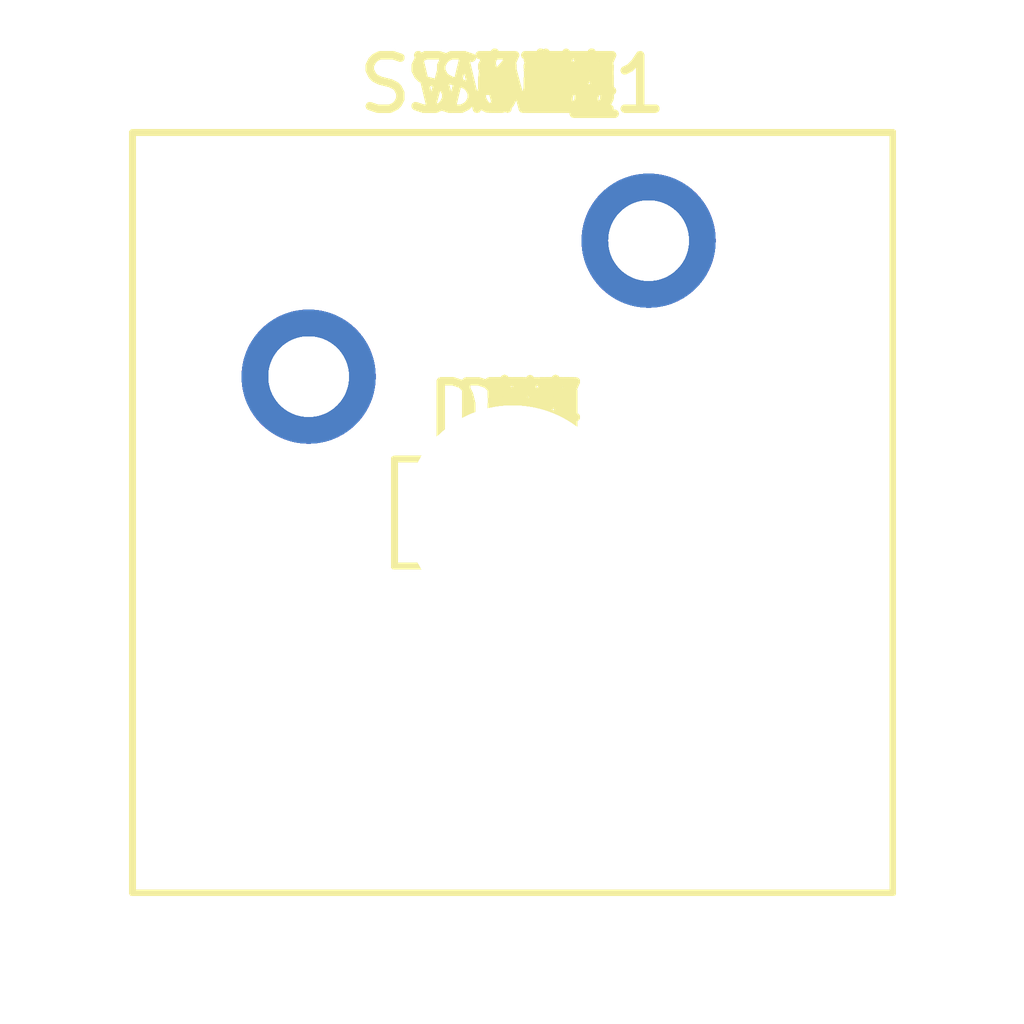
<source format=kicad_pcb>
(kicad_pcb (version 20240108) (generator "pcbnew") (generator_version "8.0")
  (layers (0 "F.Cu" signal) (31 "B.Cu" signal) (34 "B.Paste" user) (35 "F.Paste" user) (36 "B.SilkS" user "B.Silkscreen") (37 "F.SilkS" user "F.Silkscreen") (38 "B.Mask" user) (39 "F.Mask" user) (44 "Edge.Cuts" user))
  (net 0 "")
  (net 1 "COL0")
  (net 2 "COL1")
  (net 3 "COL2")
  (net 4 "COL3")
  (net 5 "COL4")
  (net 6 "COL5")
  (net 7 "COL6")
  (net 8 "COL7")
  (net 9 "COL8")
  (net 10 "Net-(D1-A)")
  (net 11 "Net-(D2-A)")
  (net 12 "Net-(D3-A)")
  (net 13 "Net-(D4-A)")
  (net 14 "Net-(D5-A)")
  (net 15 "Net-(D6-A)")
  (net 16 "Net-(D7-A)")
  (net 17 "Net-(D8-A)")
  (net 18 "Net-(D9-A)")
  (net 19 "Net-(D10-A)")
  (net 20 "Net-(D11-A)")
  (net 21 "Net-(D12-A)")
  (net 22 "Net-(D13-A)")
  (net 23 "Net-(D14-A)")
  (net 24 "Net-(D15-A)")
  (net 25 "Net-(D16-A)")
  (net 26 "Net-(D17-A)")
  (net 27 "Net-(D18-A)")
  (net 28 "Net-(D19-A)")
  (net 29 "Net-(D20-A)")
  (net 30 "Net-(D21-A)")
  (net 31 "Net-(D22-A)")
  (net 32 "Net-(D23-A)")
  (net 33 "Net-(D24-A)")
  (net 34 "Net-(D25-A)")
  (net 35 "Net-(D26-A)")
  (net 36 "Net-(D27-A)")
  (net 37 "Net-(D28-A)")
  (net 38 "Net-(D29-A)")
  (net 39 "Net-(D30-A)")
  (net 40 "Net-(D31-A)")
  (net 41 "Net-(D32-A)")
  (net 42 "Net-(D33-A)")
  (net 43 "Net-(D34-A)")
  (net 44 "Net-(D35-A)")
  (net 45 "Net-(D36-A)")
  (net 46 "Net-(D37-A)")
  (net 47 "Net-(D38-A)")
  (net 48 "Net-(D39-A)")
  (net 49 "Net-(D40-A)")
  (net 50 "Net-(D41-A)")
  (net 51 "Net-(D42-A)")
  (net 52 "Net-(D43-A)")
  (net 53 "Net-(D44-A)")
  (net 54 "Net-(D45-A)")
  (net 55 "Net-(D46-A)")
  (net 56 "Net-(D47-A)")
  (net 57 "Net-(D48-A)")
  (net 58 "Net-(D49-A)")
  (net 59 "Net-(D50-A)")
  (net 60 "Net-(D51-A)")
  (net 61 "Net-(D52-A)")
  (net 62 "Net-(D53-A)")
  (net 63 "Net-(D54-A)")
  (net 64 "Net-(D55-A)")
  (net 65 "Net-(D56-A)")
  (net 66 "Net-(D57-A)")
  (net 67 "Net-(D58-A)")
  (net 68 "Net-(D59-A)")
  (net 69 "Net-(D60-A)")
  (net 70 "Net-(D61-A)")
  (net 71 "Net-(D62-A)")
  (net 72 "Net-(D63-A)")
  (net 73 "Net-(D64-A)")
  (net 74 "Net-(D65-A)")
  (net 75 "Net-(D66-A)")
  (net 76 "Net-(D67-A)")
  (net 77 "Net-(D68-A)")
  (net 78 "Net-(D69-A)")
  (net 79 "Net-(D70-A)")
  (net 80 "Net-(D71-A)")
  (net 81 "Net-(D72-A)")
  (net 82 "Net-(D73-A)")
  (net 83 "Net-(D74-A)")
  (net 84 "Net-(D75-A)")
  (net 85 "Net-(D76-A)")
  (net 86 "Net-(D77-A)")
  (net 87 "Net-(D78-A)")
  (net 88 "Net-(D79-A)")
  (net 89 "Net-(D80-A)")
  (net 90 "Net-(D81-A)")
  (net 91 "Net-(D82-A)")
  (net 92 "Net-(D83-A)")
  (net 93 "Net-(D84-A)")
  (net 94 "Net-(D85-A)")
  (net 95 "Net-(D86-A)")
  (net 96 "Net-(D87-A)")
  (net 97 "Net-(D88-A)")
  (net 98 "Net-(D89-A)")
  (net 99 "Net-(D90-A)")
  (net 100 "ROW0")
  (net 101 "ROW1")
  (net 102 "ROW2")
  (net 103 "ROW3")
  (net 104 "ROW4")
  (net 105 "ROW5")
  (net 106 "ROW6")
  (net 107 "ROW7")
  (net 108 "ROW8")
  (net 109 "ROW9")
  (net 110 "ROW10")
  (footprint "SW_Cherry_MX_PCB_1.00u" (layer "F.Cu") (at 0 0)
    (property "Reference" "SW29")
    (property "Value" "SW_Push")
  )
  (footprint "SW_Cherry_MX_PCB_1.00u" (layer "F.Cu") (at 0 0)
    (property "Reference" "SW23")
    (property "Value" "SW_Push")
  )
  (footprint "D_SOD-123F" (layer "F.Cu") (at 0 0)
    (property "Reference" "D38")
    (property "Value" "D")
  )
  (footprint "SW_Cherry_MX_PCB_1.00u" (layer "F.Cu") (at 0 0)
    (property "Reference" "SW4")
    (property "Value" "SW_Push")
  )
  (footprint "D_SOD-123F" (layer "F.Cu") (at 0 0)
    (property "Reference" "D67")
    (property "Value" "D")
  )
  (footprint "SW_Cherry_MX_PCB_1.00u" (layer "F.Cu") (at 0 0)
    (property "Reference" "SW68")
    (property "Value" "SW_Push")
  )
  (footprint "SW_Cherry_MX_PCB_1.00u" (layer "F.Cu") (at 0 0)
    (property "Reference" "SW51")
    (property "Value" "SW_Push")
  )
  (footprint "D_SOD-123F" (layer "F.Cu") (at 0 0)
    (property "Reference" "D63")
    (property "Value" "D")
  )
  (footprint "SW_Cherry_MX_PCB_1.00u" (layer "F.Cu") (at 0 0)
    (property "Reference" "SW19")
    (property "Value" "SW_Push")
  )
  (footprint "D_SOD-123F" (layer "F.Cu") (at 0 0)
    (property "Reference" "D11")
    (property "Value" "D")
  )
  (footprint "D_SOD-123F" (layer "F.Cu") (at 0 0)
    (property "Reference" "D82")
    (property "Value" "D")
  )
  (footprint "D_SOD-123F" (layer "F.Cu") (at 0 0)
    (property "Reference" "D78")
    (property "Value" "D")
  )
  (footprint "SW_Cherry_MX_PCB_1.00u" (layer "F.Cu") (at 0 0)
    (property "Reference" "SW89")
    (property "Value" "SW_Push")
  )
  (footprint "D_SOD-123F" (layer "F.Cu") (at 0 0)
    (property "Reference" "D7")
    (property "Value" "D")
  )
  (footprint "SW_Cherry_MX_PCB_1.00u" (layer "F.Cu") (at 0 0)
    (property "Reference" "SW55")
    (property "Value" "SW_Push")
  )
  (footprint "SW_Cherry_MX_PCB_1.00u" (layer "F.Cu") (at 0 0)
    (property "Reference" "SW63")
    (property "Value" "SW_Push")
  )
  (footprint "SW_Cherry_MX_PCB_1.00u" (layer "F.Cu") (at 0 0)
    (property "Reference" "SW49_1")
    (property "Value" "SW_Push")
  )
  (footprint "SW_Cherry_MX_PCB_1.00u" (layer "F.Cu") (at 0 0)
    (property "Reference" "SW6")
    (property "Value" "SW_Push")
  )
  (footprint "SW_Cherry_MX_PCB_1.00u" (layer "F.Cu") (at 0 0)
    (property "Reference" "SW60")
    (property "Value" "SW_Push")
  )
  (footprint "D_SOD-123F" (layer "F.Cu") (at 0 0)
    (property "Reference" "D45")
    (property "Value" "D")
  )
  (footprint "D_SOD-123F" (layer "F.Cu") (at 0 0)
    (property "Reference" "D42")
    (property "Value" "D")
  )
  (footprint "SW_Cherry_MX_PCB_1.00u" (layer "F.Cu") (at 0 0)
    (property "Reference" "SW14")
    (property "Value" "SW_Push")
  )
  (footprint "SW_Cherry_MX_PCB_1.00u" (layer "F.Cu") (at 0 0)
    (property "Reference" "SW28")
    (property "Value" "SW_Push")
  )
  (footprint "D_SOD-123F" (layer "F.Cu") (at 0 0)
    (property "Reference" "D54")
    (property "Value" "D")
  )
  (footprint "SW_Cherry_MX_PCB_1.00u" (layer "F.Cu") (at 0 0)
    (property "Reference" "SW51_1")
    (property "Value" "SW_Push")
  )
  (footprint "D_SOD-123F" (layer "F.Cu") (at 0 0)
    (property "Reference" "D40")
    (property "Value" "D")
  )
  (footprint "SW_Cherry_MX_PCB_1.00u" (layer "F.Cu") (at 0 0)
    (property "Reference" "SW32")
    (property "Value" "SW_Push")
  )
  (footprint "D_SOD-123F" (layer "F.Cu") (at 0 0)
    (property "Reference" "D58")
    (property "Value" "D")
  )
  (footprint "SW_Cherry_MX_PCB_1.00u" (layer "F.Cu") (at 0 0)
    (property "Reference" "SW22")
    (property "Value" "SW_Push")
  )
  (footprint "D_SOD-123F" (layer "F.Cu") (at 0 0)
    (property "Reference" "D87")
    (property "Value" "D")
  )
  (footprint "D_SOD-123F" (layer "F.Cu") (at 0 0)
    (property "Reference" "D84")
    (property "Value" "D")
  )
  (footprint "D_SOD-123F" (layer "F.Cu") (at 0 0)
    (property "Reference" "D43")
    (property "Value" "D")
  )
  (footprint "SW_Cherry_MX_PCB_1.00u" (layer "F.Cu") (at 0 0)
    (property "Reference" "SW52")
    (property "Value" "SW_Push")
  )
  (footprint "D_SOD-123F" (layer "F.Cu") (at 0 0)
    (property "Reference" "D2")
    (property "Value" "D")
  )
  (footprint "D_SOD-123F" (layer "F.Cu") (at 0 0)
    (property "Reference" "D6")
    (property "Value" "D")
  )
  (footprint "D_SOD-123F" (layer "F.Cu") (at 0 0)
    (property "Reference" "D29")
    (property "Value" "D")
  )
  (footprint "D_SOD-123F" (layer "F.Cu") (at 0 0)
    (property "Reference" "D88")
    (property "Value" "D")
  )
  (footprint "D_SOD-123F" (layer "F.Cu") (at 0 0)
    (property "Reference" "D18")
    (property "Value" "D")
  )
  (footprint "D_SOD-123F" (layer "F.Cu") (at 0 0)
    (property "Reference" "D55")
    (property "Value" "D")
  )
  (footprint "D_SOD-123F" (layer "F.Cu") (at 0 0)
    (property "Reference" "D79")
    (property "Value" "D")
  )
  (footprint "D_SOD-123F" (layer "F.Cu") (at 0 0)
    (property "Reference" "D62")
    (property "Value" "D")
  )
  (footprint "SW_Cherry_MX_PCB_1.00u" (layer "F.Cu") (at 0 0)
    (property "Reference" "SW53")
    (property "Value" "SW_Push")
  )
  (footprint "SW_Cherry_MX_PCB_1.00u" (layer "F.Cu") (at 0 0)
    (property "Reference" "SW24")
    (property "Value" "SW_Push")
  )
  (footprint "SW_Cherry_MX_PCB_1.00u" (layer "F.Cu") (at 0 0)
    (property "Reference" "SW45_1")
    (property "Value" "SW_Push")
  )
  (footprint "SW_Cherry_MX_PCB_1.00u" (layer "F.Cu") (at 0 0)
    (property "Reference" "SW37")
    (property "Value" "SW_Push")
  )
  (footprint "D_SOD-123F" (layer "F.Cu") (at 0 0)
    (property "Reference" "D64")
    (property "Value" "D")
  )
  (footprint "SW_Cherry_MX_PCB_1.00u" (layer "F.Cu") (at 0 0)
    (property "Reference" "SW30")
    (property "Value" "SW_Push")
  )
  (footprint "SW_Cherry_MX_PCB_1.00u" (layer "F.Cu") (at 0 0)
    (property "Reference" "SW44")
    (property "Value" "SW_Push")
  )
  (footprint "D_SOD-123F" (layer "F.Cu") (at 0 0)
    (property "Reference" "D30")
    (property "Value" "D")
  )
  (footprint "D_SOD-123F" (layer "F.Cu") (at 0 0)
    (property "Reference" "D51")
    (property "Value" "D")
  )
  (footprint "SW_Cherry_MX_PCB_1.00u" (layer "F.Cu") (at 0 0)
    (property "Reference" "SW64")
    (property "Value" "SW_Push")
  )
  (footprint "SW_Cherry_MX_PCB_1.00u" (layer "F.Cu") (at 0 0)
    (property "Reference" "SW50")
    (property "Value" "SW_Push")
  )
  (footprint "D_SOD-123F" (layer "F.Cu") (at 0 0)
    (property "Reference" "D83")
    (property "Value" "D")
  )
  (footprint "D_SOD-123F" (layer "F.Cu") (at 0 0)
    (property "Reference" "D69")
    (property "Value" "D")
  )
  (footprint "D_SOD-123F" (layer "F.Cu") (at 0 0)
    (property "Reference" "D57")
    (property "Value" "D")
  )
  (footprint "SW_Cherry_MX_PCB_1.00u" (layer "F.Cu") (at 0 0)
    (property "Reference" "SW65")
    (property "Value" "SW_Push")
  )
  (footprint "D_SOD-123F" (layer "F.Cu") (at 0 0)
    (property "Reference" "D70")
    (property "Value" "D")
  )
  (footprint "D_SOD-123F" (layer "F.Cu") (at 0 0)
    (property "Reference" "D56")
    (property "Value" "D")
  )
  (footprint "SW_Cherry_MX_PCB_1.00u" (layer "F.Cu") (at 0 0)
    (property "Reference" "SW18")
    (property "Value" "SW_Push")
  )
  (footprint "SW_Cherry_MX_PCB_1.00u" (layer "F.Cu") (at 0 0)
    (property "Reference" "SW43")
    (property "Value" "SW_Push")
  )
  (footprint "SW_Cherry_MX_PCB_1.00u" (layer "F.Cu") (at 0 0)
    (property "Reference" "SW73")
    (property "Value" "SW_Push")
  )
  (footprint "SW_Cherry_MX_PCB_1.00u" (layer "F.Cu") (at 0 0)
    (property "Reference" "SW11")
    (property "Value" "SW_Push")
  )
  (footprint "SW_Cherry_MX_PCB_1.00u" (layer "F.Cu") (at 0 0)
    (property "Reference" "SW85")
    (property "Value" "SW_Push")
  )
  (footprint "D_SOD-123F" (layer "F.Cu") (at 0 0)
    (property "Reference" "D24")
    (property "Value" "D")
  )
  (footprint "SW_Cherry_MX_PCB_1.00u" (layer "F.Cu") (at 0 0)
    (property "Reference" "SW69")
    (property "Value" "SW_Push")
  )
  (footprint "SW_Cherry_MX_PCB_1.00u" (layer "F.Cu") (at 0 0)
    (property "Reference" "SW47")
    (property "Value" "SW_Push")
  )
  (footprint "D_SOD-123F" (layer "F.Cu") (at 0 0)
    (property "Reference" "D10")
    (property "Value" "D")
  )
  (footprint "SW_Cherry_MX_PCB_1.00u" (layer "F.Cu") (at 0 0)
    (property "Reference" "SW75")
    (property "Value" "SW_Push")
  )
  (footprint "SW_Cherry_MX_PCB_1.00u" (layer "F.Cu") (at 0 0)
    (property "Reference" "SW13")
    (property "Value" "SW_Push")
  )
  (footprint "SW_Cherry_MX_PCB_1.00u" (layer "F.Cu") (at 0 0)
    (property "Reference" "SW56")
    (property "Value" "SW_Push")
  )
  (footprint "D_SOD-123F" (layer "F.Cu") (at 0 0)
    (property "Reference" "D49")
    (property "Value" "D")
  )
  (footprint "D_SOD-123F" (layer "F.Cu") (at 0 0)
    (property "Reference" "D15")
    (property "Value" "D")
  )
  (footprint "SW_Cherry_MX_PCB_1.00u" (layer "F.Cu") (at 0 0)
    (property "Reference" "SW76")
    (property "Value" "SW_Push")
  )
  (footprint "SW_Cherry_MX_PCB_1.00u" (layer "F.Cu") (at 0 0)
    (property "Reference" "SW34")
    (property "Value" "SW_Push")
  )
  (footprint "SW_Cherry_MX_PCB_1.00u" (layer "F.Cu") (at 0 0)
    (property "Reference" "SW17")
    (property "Value" "SW_Push")
  )
  (footprint "SW_Cherry_MX_PCB_1.00u" (layer "F.Cu") (at 0 0)
    (property "Reference" "SW16")
    (property "Value" "SW_Push")
  )
  (footprint "SW_Cherry_MX_PCB_1.00u" (layer "F.Cu") (at 0 0)
    (property "Reference" "SW82")
    (property "Value" "SW_Push")
  )
  (footprint "SW_Cherry_MX_PCB_1.00u" (layer "F.Cu") (at 0 0)
    (property "Reference" "SW72_1")
    (property "Value" "SW_Push")
  )
  (footprint "D_SOD-123F" (layer "F.Cu") (at 0 0)
    (property "Reference" "D76")
    (property "Value" "D")
  )
  (footprint "SW_Cherry_MX_PCB_1.00u" (layer "F.Cu") (at 0 0)
    (property "Reference" "SW48")
    (property "Value" "SW_Push")
  )
  (footprint "SW_Cherry_MX_PCB_1.00u" (layer "F.Cu") (at 0 0)
    (property "Reference" "SW36")
    (property "Value" "SW_Push")
  )
  (footprint "SW_Cherry_MX_PCB_1.00u" (layer "F.Cu") (at 0 0)
    (property "Reference" "SW41")
    (property "Value" "SW_Push")
  )
  (footprint "D_SOD-123F" (layer "F.Cu") (at 0 0)
    (property "Reference" "D72")
    (property "Value" "D")
  )
  (footprint "SW_Cherry_MX_PCB_1.00u" (layer "F.Cu") (at 0 0)
    (property "Reference" "SW86")
    (property "Value" "SW_Push")
  )
  (footprint "SW_Cherry_MX_PCB_1.00u" (layer "F.Cu") (at 0 0)
    (property "Reference" "SW40")
    (property "Value" "SW_Push")
  )
  (footprint "D_SOD-123F" (layer "F.Cu") (at 0 0)
    (property "Reference" "D39")
    (property "Value" "D")
  )
  (footprint "SW_Cherry_MX_PCB_1.00u" (layer "F.Cu") (at 0 0)
    (property "Reference" "SW7")
    (property "Value" "SW_Push")
  )
  (footprint "SW_Cherry_MX_PCB_1.00u" (layer "F.Cu") (at 0 0)
    (property "Reference" "SW88")
    (property "Value" "SW_Push")
  )
  (footprint "D_SOD-123F" (layer "F.Cu") (at 0 0)
    (property "Reference" "D61")
    (property "Value" "D")
  )
  (footprint "SW_Cherry_MX_PCB_1.00u" (layer "F.Cu") (at 0 0)
    (property "Reference" "SW64_1")
    (property "Value" "SW_Push")
  )
  (footprint "SW_Cherry_MX_PCB_1.00u" (layer "F.Cu") (at 0 0)
    (property "Reference" "SW87")
    (property "Value" "SW_Push")
  )
  (footprint "D_SOD-123F" (layer "F.Cu") (at 0 0)
    (property "Reference" "D46")
    (property "Value" "D")
  )
  (footprint "D_SOD-123F" (layer "F.Cu") (at 0 0)
    (property "Reference" "D9")
    (property "Value" "D")
  )
  (footprint "D_SOD-123F" (layer "F.Cu") (at 0 0)
    (property "Reference" "D85")
    (property "Value" "D")
  )
  (footprint "D_SOD-123F" (layer "F.Cu") (at 0 0)
    (property "Reference" "D75")
    (property "Value" "D")
  )
  (footprint "SW_Cherry_MX_PCB_1.00u" (layer "F.Cu") (at 0 0)
    (property "Reference" "SW10")
    (property "Value" "SW_Push")
  )
  (footprint "D_SOD-123F" (layer "F.Cu") (at 0 0)
    (property "Reference" "D22")
    (property "Value" "D")
  )
  (footprint "D_SOD-123F" (layer "F.Cu") (at 0 0)
    (property "Reference" "D26")
    (property "Value" "D")
  )
  (footprint "D_SOD-123F" (layer "F.Cu") (at 0 0)
    (property "Reference" "D60")
    (property "Value" "D")
  )
  (footprint "D_SOD-123F" (layer "F.Cu") (at 0 0)
    (property "Reference" "D81")
    (property "Value" "D")
  )
  (footprint "SW_Cherry_MX_PCB_1.00u" (layer "F.Cu") (at 0 0)
    (property "Reference" "SW61")
    (property "Value" "SW_Push")
  )
  (footprint "D_SOD-123F" (layer "F.Cu") (at 0 0)
    (property "Reference" "D48")
    (property "Value" "D")
  )
  (footprint "D_SOD-123F" (layer "F.Cu") (at 0 0)
    (property "Reference" "D44")
    (property "Value" "D")
  )
  (footprint "SW_Cherry_MX_PCB_1.00u" (layer "F.Cu") (at 0 0)
    (property "Reference" "SW12")
    (property "Value" "SW_Push")
  )
  (footprint "SW_Cherry_MX_PCB_1.00u" (layer "F.Cu") (at 0 0)
    (property "Reference" "SW49")
    (property "Value" "SW_Push")
  )
  (footprint "SW_Cherry_MX_PCB_1.00u" (layer "F.Cu") (at 0 0)
    (property "Reference" "SW46_1")
    (property "Value" "SW_Push")
  )
  (footprint "SW_Cherry_MX_PCB_1.00u" (layer "F.Cu") (at 0 0)
    (property "Reference" "SW9")
    (property "Value" "SW_Push")
  )
  (footprint "SW_Cherry_MX_PCB_1.00u" (layer "F.Cu") (at 0 0)
    (property "Reference" "SW48_1")
    (property "Value" "SW_Push")
  )
  (footprint "D_SOD-123F" (layer "F.Cu") (at 0 0)
    (property "Reference" "D86")
    (property "Value" "D")
  )
  (footprint "D_SOD-123F" (layer "F.Cu") (at 0 0)
    (property "Reference" "D19")
    (property "Value" "D")
  )
  (footprint "D_SOD-123F" (layer "F.Cu") (at 0 0)
    (property "Reference" "D77")
    (property "Value" "D")
  )
  (footprint "D_SOD-123F" (layer "F.Cu") (at 0 0)
    (property "Reference" "D37")
    (property "Value" "D")
  )
  (footprint "SW_Cherry_MX_PCB_1.00u" (layer "F.Cu") (at 0 0)
    (property "Reference" "SW35")
    (property "Value" "SW_Push")
  )
  (footprint "SW_Cherry_MX_PCB_1.00u" (layer "F.Cu") (at 0 0)
    (property "Reference" "SW80")
    (property "Value" "SW_Push")
  )
  (footprint "SW_Cherry_MX_PCB_1.00u" (layer "F.Cu") (at 0 0)
    (property "Reference" "SW46")
    (property "Value" "SW_Push")
  )
  (footprint "D_SOD-123F" (layer "F.Cu") (at 0 0)
    (property "Reference" "D4")
    (property "Value" "D")
  )
  (footprint "D_SOD-123F" (layer "F.Cu") (at 0 0)
    (property "Reference" "D80")
    (property "Value" "D")
  )
  (footprint "D_SOD-123F" (layer "F.Cu") (at 0 0)
    (property "Reference" "D23")
    (property "Value" "D")
  )
  (footprint "D_SOD-123F" (layer "F.Cu") (at 0 0)
    (property "Reference" "D21")
    (property "Value" "D")
  )
  (footprint "D_SOD-123F" (layer "F.Cu") (at 0 0)
    (property "Reference" "D50")
    (property "Value" "D")
  )
  (footprint "SW_Cherry_MX_PCB_1.00u" (layer "F.Cu") (at 0 0)
    (property "Reference" "SW39")
    (property "Value" "SW_Push")
  )
  (footprint "D_SOD-123F" (layer "F.Cu") (at 0 0)
    (property "Reference" "D12")
    (property "Value" "D")
  )
  (footprint "D_SOD-123F" (layer "F.Cu") (at 0 0)
    (property "Reference" "D27")
    (property "Value" "D")
  )
  (footprint "SW_Cherry_MX_PCB_1.00u" (layer "F.Cu") (at 0 0)
    (property "Reference" "SW67")
    (property "Value" "SW_Push")
  )
  (footprint "SW_Cherry_MX_PCB_1.00u" (layer "F.Cu") (at 0 0)
    (property "Reference" "SW15")
    (property "Value" "SW_Push")
  )
  (footprint "D_SOD-123F" (layer "F.Cu") (at 0 0)
    (property "Reference" "D36")
    (property "Value" "D")
  )
  (footprint "SW_Cherry_MX_PCB_1.00u" (layer "F.Cu") (at 0 0)
    (property "Reference" "SW66")
    (property "Value" "SW_Push")
  )
  (footprint "SW_Cherry_MX_PCB_1.00u" (layer "F.Cu") (at 0 0)
    (property "Reference" "SW70")
    (property "Value" "SW_Push")
  )
  (footprint "SW_Cherry_MX_PCB_1.00u" (layer "F.Cu") (at 0 0)
    (property "Reference" "SW86_1")
    (property "Value" "SW_Push")
  )
  (footprint "SW_Cherry_MX_PCB_1.00u" (layer "F.Cu") (at 0 0)
    (property "Reference" "SW81")
    (property "Value" "SW_Push")
  )
  (footprint "D_SOD-123F" (layer "F.Cu") (at 0 0)
    (property "Reference" "D32")
    (property "Value" "D")
  )
  (footprint "D_SOD-123F" (layer "F.Cu") (at 0 0)
    (property "Reference" "D33")
    (property "Value" "D")
  )
  (footprint "SW_Cherry_MX_PCB_1.00u" (layer "F.Cu") (at 0 0)
    (property "Reference" "SW26")
    (property "Value" "SW_Push")
  )
  (footprint "D_SOD-123F" (layer "F.Cu") (at 0 0)
    (property "Reference" "D59")
    (property "Value" "D")
  )
  (footprint "D_SOD-123F" (layer "F.Cu") (at 0 0)
    (property "Reference" "D1")
    (property "Value" "D")
  )
  (footprint "SW_Cherry_MX_PCB_1.00u" (layer "F.Cu") (at 0 0)
    (property "Reference" "SW59")
    (property "Value" "SW_Push")
  )
  (footprint "D_SOD-123F" (layer "F.Cu") (at 0 0)
    (property "Reference" "D28")
    (property "Value" "D")
  )
  (footprint "SW_Cherry_MX_PCB_1.00u" (layer "F.Cu") (at 0 0)
    (property "Reference" "SW25")
    (property "Value" "SW_Push")
  )
  (footprint "SW_Cherry_MX_PCB_1.00u" (layer "F.Cu") (at 0 0)
    (property "Reference" "SW57")
    (property "Value" "SW_Push")
  )
  (footprint "D_SOD-123F" (layer "F.Cu") (at 0 0)
    (property "Reference" "D20")
    (property "Value" "D")
  )
  (footprint "D_SOD-123F" (layer "F.Cu") (at 0 0)
    (property "Reference" "D73")
    (property "Value" "D")
  )
  (footprint "SW_Cherry_MX_PCB_1.00u" (layer "F.Cu") (at 0 0)
    (property "Reference" "SW83")
    (property "Value" "SW_Push")
  )
  (footprint "SW_Cherry_MX_PCB_1.00u" (layer "F.Cu") (at 0 0)
    (property "Reference" "SW90")
    (property "Value" "SW_Push")
  )
  (footprint "SW_Cherry_MX_PCB_1.00u" (layer "F.Cu") (at 0 0)
    (property "Reference" "SW5")
    (property "Value" "SW_Push")
  )
  (footprint "D_SOD-123F" (layer "F.Cu") (at 0 0)
    (property "Reference" "D25")
    (property "Value" "D")
  )
  (footprint "SW_Cherry_MX_PCB_1.00u" (layer "F.Cu") (at 0 0)
    (property "Reference" "SW38")
    (property "Value" "SW_Push")
  )
  (footprint "SW_Cherry_MX_PCB_1.00u" (layer "F.Cu") (at 0 0)
    (property "Reference" "SW27")
    (property "Value" "SW_Push")
  )
  (footprint "D_SOD-123F" (layer "F.Cu") (at 0 0)
    (property "Reference" "D68")
    (property "Value" "D")
  )
  (footprint "D_SOD-123F" (layer "F.Cu") (at 0 0)
    (property "Reference" "D14")
    (property "Value" "D")
  )
  (footprint "D_SOD-123F" (layer "F.Cu") (at 0 0)
    (property "Reference" "D5")
    (property "Value" "D")
  )
  (footprint "SW_Cherry_MX_PCB_1.00u" (layer "F.Cu") (at 0 0)
    (property "Reference" "SW74")
    (property "Value" "SW_Push")
  )
  (footprint "SW_Cherry_MX_PCB_1.00u" (layer "F.Cu") (at 0 0)
    (property "Reference" "SW84")
    (property "Value" "SW_Push")
  )
  (footprint "SW_Cherry_MX_PCB_1.00u" (layer "F.Cu") (at 0 0)
    (property "Reference" "SW42")
    (property "Value" "SW_Push")
  )
  (footprint "SW_Cherry_MX_PCB_1.00u" (layer "F.Cu") (at 0 0)
    (property "Reference" "SW58")
    (property "Value" "SW_Push")
  )
  (footprint "D_SOD-123F" (layer "F.Cu") (at 0 0)
    (property "Reference" "D16")
    (property "Value" "D")
  )
  (footprint "D_SOD-123F" (layer "F.Cu") (at 0 0)
    (property "Reference" "D34")
    (property "Value" "D")
  )
  (footprint "D_SOD-123F" (layer "F.Cu") (at 0 0)
    (property "Reference" "D47")
    (property "Value" "D")
  )
  (footprint "D_SOD-123F" (layer "F.Cu") (at 0 0)
    (property "Reference" "D66")
    (property "Value" "D")
  )
  (footprint "SW_Cherry_MX_PCB_1.00u" (layer "F.Cu") (at 0 0)
    (property "Reference" "SW36_1")
    (property "Value" "SW_Push")
  )
  (footprint "SW_Cherry_MX_PCB_1.00u" (layer "F.Cu") (at 0 0)
    (property "Reference" "SW2")
    (property "Value" "SW_Push")
  )
  (footprint "SW_Cherry_MX_PCB_1.00u" (layer "F.Cu") (at 0 0)
    (property "Reference" "SW79_1")
    (property "Value" "SW_Push")
  )
  (footprint "D_SOD-123F" (layer "F.Cu") (at 0 0)
    (property "Reference" "D17")
    (property "Value" "D")
  )
  (footprint "D_SOD-123F" (layer "F.Cu") (at 0 0)
    (property "Reference" "D53")
    (property "Value" "D")
  )
  (footprint "D_SOD-123F" (layer "F.Cu") (at 0 0)
    (property "Reference" "D89")
    (property "Value" "D")
  )
  (footprint "D_SOD-123F" (layer "F.Cu") (at 0 0)
    (property "Reference" "D90")
    (property "Value" "D")
  )
  (footprint "SW_Cherry_MX_PCB_1.00u" (layer "F.Cu") (at 0 0)
    (property "Reference" "SW1")
    (property "Value" "SW_Push")
  )
  (footprint "D_SOD-123F" (layer "F.Cu") (at 0 0)
    (property "Reference" "D31")
    (property "Value" "D")
  )
  (footprint "SW_Cherry_MX_PCB_1.00u" (layer "F.Cu") (at 0 0)
    (property "Reference" "SW3")
    (property "Value" "SW_Push")
  )
  (footprint "SW_Cherry_MX_PCB_1.00u" (layer "F.Cu") (at 0 0)
    (property "Reference" "SW33")
    (property "Value" "SW_Push")
  )
  (footprint "SW_Cherry_MX_PCB_1.00u" (layer "F.Cu") (at 0 0)
    (property "Reference" "SW47_1")
    (property "Value" "SW_Push")
  )
  (footprint "SW_Cherry_MX_PCB_1.00u" (layer "F.Cu") (at 0 0)
    (property "Reference" "SW8")
    (property "Value" "SW_Push")
  )
  (footprint "D_SOD-123F" (layer "F.Cu") (at 0 0)
    (property "Reference" "D3")
    (property "Value" "D")
  )
  (footprint "D_SOD-123F" (layer "F.Cu") (at 0 0)
    (property "Reference" "D74")
    (property "Value" "D")
  )
  (footprint "SW_Cherry_MX_PCB_1.00u" (layer "F.Cu") (at 0 0)
    (property "Reference" "SW71")
    (property "Value" "SW_Push")
  )
  (footprint "SW_Cherry_MX_PCB_1.00u" (layer "F.Cu") (at 0 0)
    (property "Reference" "SW79")
    (property "Value" "SW_Push")
  )
  (footprint "SW_Cherry_MX_PCB_1.00u" (layer "F.Cu") (at 0 0)
    (property "Reference" "SW72")
    (property "Value" "SW_Push")
  )
  (footprint "SW_Cherry_MX_PCB_1.00u" (layer "F.Cu") (at 0 0)
    (property "Reference" "SW50_1")
    (property "Value" "SW_Push")
  )
  (footprint "SW_Cherry_MX_PCB_1.00u" (layer "F.Cu") (at 0 0)
    (property "Reference" "SW78")
    (property "Value" "SW_Push")
  )
  (footprint "SW_Cherry_MX_PCB_1.00u" (layer "F.Cu") (at 0 0)
    (property "Reference" "SW31")
    (property "Value" "SW_Push")
  )
  (footprint "D_SOD-123F" (layer "F.Cu") (at 0 0)
    (property "Reference" "D71")
    (property "Value" "D")
  )
  (footprint "SW_Cherry_MX_PCB_1.00u" (layer "F.Cu") (at 0 0)
    (property "Reference" "SW54")
    (property "Value" "SW_Push")
  )
  (footprint "D_SOD-123F" (layer "F.Cu") (at 0 0)
    (property "Reference" "D35")
    (property "Value" "D")
  )
  (footprint "SW_Cherry_MX_PCB_1.00u" (layer "F.Cu") (at 0 0)
    (property "Reference" "SW45")
    (property "Value" "SW_Push")
  )
  (footprint "D_SOD-123F" (layer "F.Cu") (at 0 0)
    (property "Reference" "D8")
    (property "Value" "D")
  )
  (footprint "SW_Cherry_MX_PCB_1.00u" (layer "F.Cu") (at 0 0)
    (property "Reference" "SW21")
    (property "Value" "SW_Push")
  )
  (footprint "D_SOD-123F" (layer "F.Cu") (at 0 0)
    (property "Reference" "D65")
    (property "Value" "D")
  )
  (footprint "D_SOD-123F" (layer "F.Cu") (at 0 0)
    (property "Reference" "D52")
    (property "Value" "D")
  )
  (footprint "SW_Cherry_MX_PCB_1.00u" (layer "F.Cu") (at 0 0)
    (property "Reference" "SW20")
    (property "Value" "SW_Push")
  )
  (footprint "SW_Cherry_MX_PCB_1.00u" (layer "F.Cu") (at 0 0)
    (property "Reference" "SW77")
    (property "Value" "SW_Push")
  )
  (footprint "D_SOD-123F" (layer "F.Cu") (at 0 0)
    (property "Reference" "D13")
    (property "Value" "D")
  )
  (footprint "SW_Cherry_MX_PCB_1.00u" (layer "F.Cu") (at 0 0)
    (property "Reference" "SW62")
    (property "Value" "SW_Push")
  )
  (footprint "D_SOD-123F" (layer "F.Cu") (at 0 0)
    (property "Reference" "D41")
    (property "Value" "D")
  )
)
</source>
